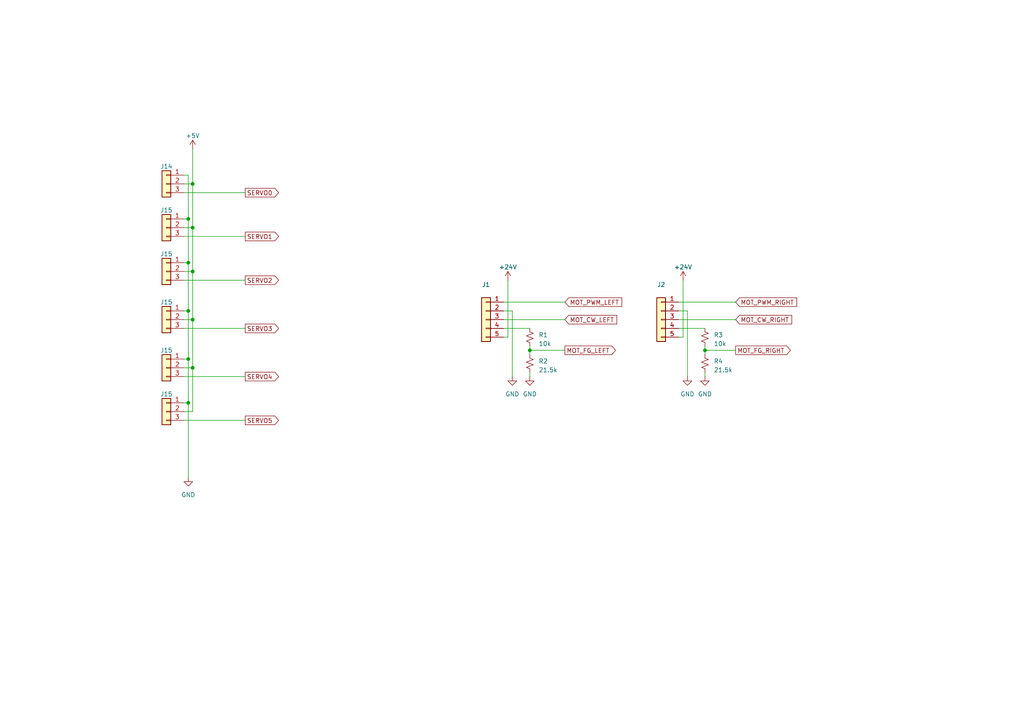
<source format=kicad_sch>
(kicad_sch (version 20230121) (generator eeschema)
  (paper "A4")
  (title_block (title "Motors"))
  (lib_symbols
    (symbol "Connector_Generic:Conn_01x03" (pin_names (offset 1.016) hide)
      (property "Reference" "J" (at 0 5.08 0))
      (property "Value" "Conn_01x03" (at 0 -5.08 0))
      (symbol "Conn_01x03_1_1"
        (rectangle (start -1.27 -2.413) (end 0 -2.667) (stroke (width 0.1524)))
        (rectangle (start -1.27 0.127) (end 0 -0.127) (stroke (width 0.1524)))
        (rectangle (start -1.27 2.667) (end 0 2.413) (stroke (width 0.1524)))
        (rectangle (start -1.27 3.81) (end 1.27 -3.81) (stroke (width 0.254)) (fill (type background)))
        (pin passive line (at -5.08 2.54 0) (length 3.81) (name "Pin_1") (number "1"))
        (pin passive line (at -5.08 0 0) (length 3.81) (name "Pin_2") (number "2"))
        (pin passive line (at -5.08 -2.54 0) (length 3.81) (name "Pin_3") (number "3"))
      )
    )
    (symbol "Connector_Generic:Conn_01x05" (pin_names (offset 1.016) hide)
      (property "Reference" "J" (at 0 7.62 0))
      (property "Value" "Conn_01x05" (at 0 -7.62 0))
      (symbol "Conn_01x05_1_1"
        (rectangle (start -1.27 -4.953) (end 0 -5.207) (stroke (width 0.1524)))
        (rectangle (start -1.27 -2.413) (end 0 -2.667) (stroke (width 0.1524)))
        (rectangle (start -1.27 0.127) (end 0 -0.127) (stroke (width 0.1524)))
        (rectangle (start -1.27 2.667) (end 0 2.413) (stroke (width 0.1524)))
        (rectangle (start -1.27 5.207) (end 0 4.953) (stroke (width 0.1524)))
        (rectangle (start -1.27 6.35) (end 1.27 -6.35) (stroke (width 0.254)) (fill (type background)))
        (pin passive line (at -5.08 5.08 0) (length 3.81) (name "Pin_1") (number "1"))
        (pin passive line (at -5.08 2.54 0) (length 3.81) (name "Pin_2") (number "2"))
        (pin passive line (at -5.08 0 0) (length 3.81) (name "Pin_3") (number "3"))
        (pin passive line (at -5.08 -2.54 0) (length 3.81) (name "Pin_4") (number "4"))
        (pin passive line (at -5.08 -5.08 0) (length 3.81) (name "Pin_5") (number "5"))
      )
    )
    (symbol "Device:R_Small_US" (pin_numbers hide) (pin_names (offset 0.254) hide)
      (property "Reference" "R" (at 0.762 0.508 0))
      (property "Value" "R_Small_US" (at 0.762 -1.016 0))
      (symbol "R_Small_US_1_1"
        (polyline (pts (xy 0 0) (xy 1.016 -0.381) (xy 0 -0.762) (xy -1.016 -1.143) (xy 0 -1.524)))
        (polyline (pts (xy 0 1.524) (xy 1.016 1.143) (xy 0 0.762) (xy -1.016 0.381) (xy 0 0)))
        (pin passive line (at 0 2.54 270) (length 1.016) (name "~") (number "1"))
        (pin passive line (at 0 -2.54 90) (length 1.016) (name "~") (number "2"))
      )
    )
    (symbol "power:+24V" (power) (pin_names (offset 0))
      (property "Value" "+24V" (at 0 3.556 0))
      (symbol "+24V_0_1"
        (polyline (pts (xy -0.762 1.27) (xy 0 2.54)))
        (polyline (pts (xy 0 0) (xy 0 2.54)))
        (polyline (pts (xy 0 2.54) (xy 0.762 1.27)))
      )
      (symbol "+24V_1_1"
        (pin power_in line (at 0 0 90) (length 0) hide (name "+24V") (number "1"))
      )
    )
    (symbol "power:+5V" (power) (pin_names (offset 0))
      (property "Value" "+5V" (at 0 3.556 0))
      (symbol "+5V_0_1"
        (polyline (pts (xy -0.762 1.27) (xy 0 2.54)))
        (polyline (pts (xy 0 0) (xy 0 2.54)))
        (polyline (pts (xy 0 2.54) (xy 0.762 1.27)))
      )
      (symbol "+5V_1_1"
        (pin power_in line (at 0 0 90) (length 0) hide (name "+5V") (number "1"))
      )
    )
    (symbol "power:GND" (power) (pin_names (offset 0))
      (property "Value" "GND" (at 0 -3.81 0))
      (symbol "GND_0_1"
        (polyline (pts (xy 0 0) (xy 0 -1.27) (xy 1.27 -1.27) (xy 0 -2.54) (xy -1.27 -1.27) (xy 0 -1.27)))
      )
      (symbol "GND_1_1"
        (pin power_in line (at 0 0 270) (length 0) hide (name "GND") (number "1"))
      )
    )
  )
  (junction (at 55.88 92.71))
  (junction (at 55.88 106.68))
  (junction (at 55.88 53.34))
  (junction (at 54.61 76.2))
  (junction (at 55.88 78.74))
  (junction (at 54.61 63.5))
  (junction (at 54.61 90.17))
  (junction (at 153.67 101.6))
  (junction (at 54.61 116.84))
  (junction (at 55.88 66.04))
  (junction (at 204.47 101.6))
  (junction (at 54.61 104.14))
  (wire (pts (xy 153.67 100.33) (xy 153.67 101.6)))
  (wire (pts (xy 204.47 107.95) (xy 204.47 109.22)))
  (wire (pts (xy 55.88 66.04) (xy 53.34 66.04)))
  (wire (pts (xy 53.34 95.25) (xy 71.12 95.25)))
  (wire (pts (xy 146.05 90.17) (xy 148.59 90.17)))
  (wire (pts (xy 55.88 53.34) (xy 55.88 66.04)))
  (wire (pts (xy 53.34 50.8) (xy 54.61 50.8)))
  (wire (pts (xy 54.61 76.2) (xy 54.61 90.17)))
  (wire (pts (xy 54.61 104.14) (xy 54.61 116.84)))
  (wire (pts (xy 53.34 76.2) (xy 54.61 76.2)))
  (wire (pts (xy 204.47 100.33) (xy 204.47 101.6)))
  (wire (pts (xy 153.67 101.6) (xy 153.67 102.87)))
  (wire (pts (xy 54.61 50.8) (xy 54.61 63.5)))
  (wire (pts (xy 55.88 92.71) (xy 53.34 92.71)))
  (wire (pts (xy 55.88 78.74) (xy 53.34 78.74)))
  (wire (pts (xy 146.05 95.25) (xy 153.67 95.25)))
  (wire (pts (xy 198.12 81.28) (xy 198.12 97.79)))
  (wire (pts (xy 196.85 92.71) (xy 213.36 92.71)))
  (wire (pts (xy 54.61 63.5) (xy 54.61 76.2)))
  (wire (pts (xy 148.59 90.17) (xy 148.59 109.22)))
  (wire (pts (xy 196.85 97.79) (xy 198.12 97.79)))
  (wire (pts (xy 55.88 78.74) (xy 55.88 92.71)))
  (wire (pts (xy 196.85 87.63) (xy 213.36 87.63)))
  (wire (pts (xy 53.34 90.17) (xy 54.61 90.17)))
  (wire (pts (xy 53.34 53.34) (xy 55.88 53.34)))
  (wire (pts (xy 146.05 87.63) (xy 163.83 87.63)))
  (wire (pts (xy 199.39 90.17) (xy 199.39 109.22)))
  (wire (pts (xy 196.85 90.17) (xy 199.39 90.17)))
  (wire (pts (xy 53.34 121.92) (xy 71.12 121.92)))
  (wire (pts (xy 55.88 66.04) (xy 55.88 78.74)))
  (wire (pts (xy 55.88 106.68) (xy 53.34 106.68)))
  (wire (pts (xy 54.61 90.17) (xy 54.61 104.14)))
  (wire (pts (xy 53.34 81.28) (xy 71.12 81.28)))
  (wire (pts (xy 55.88 119.38) (xy 53.34 119.38)))
  (wire (pts (xy 54.61 116.84) (xy 54.61 138.43)))
  (wire (pts (xy 55.88 92.71) (xy 55.88 106.68)))
  (wire (pts (xy 55.88 43.18) (xy 55.88 53.34)))
  (wire (pts (xy 53.34 104.14) (xy 54.61 104.14)))
  (wire (pts (xy 146.05 97.79) (xy 147.32 97.79)))
  (wire (pts (xy 53.34 55.88) (xy 71.12 55.88)))
  (wire (pts (xy 53.34 109.22) (xy 71.12 109.22)))
  (wire (pts (xy 147.32 81.28) (xy 147.32 97.79)))
  (wire (pts (xy 53.34 116.84) (xy 54.61 116.84)))
  (wire (pts (xy 153.67 101.6) (xy 163.83 101.6)))
  (wire (pts (xy 146.05 92.71) (xy 163.83 92.71)))
  (wire (pts (xy 204.47 101.6) (xy 204.47 102.87)))
  (wire (pts (xy 53.34 63.5) (xy 54.61 63.5)))
  (wire (pts (xy 153.67 107.95) (xy 153.67 109.22)))
  (wire (pts (xy 196.85 95.25) (xy 204.47 95.25)))
  (wire (pts (xy 204.47 101.6) (xy 213.36 101.6)))
  (wire (pts (xy 53.34 68.58) (xy 71.12 68.58)))
  (wire (pts (xy 55.88 106.68) (xy 55.88 119.38)))
  (global_label "SERVO4" (shape output) (at 71.12 109.22 0) (property "Intersheetrefs" "${INTERSHEET_REFS}" (effects hide)))
  (global_label "MOT_CW_LEFT" (shape input) (at 163.83 92.71 0) (property "Intersheetrefs" "${INTERSHEET_REFS}" (effects hide)))
  (global_label "MOT_FG_LEFT" (shape output) (at 163.83 101.6 0) (property "Intersheetrefs" "${INTERSHEET_REFS}" (effects hide)))
  (global_label "MOT_PWM_LEFT" (shape input) (at 163.83 87.63 0) (property "Intersheetrefs" "${INTERSHEET_REFS}" (effects hide)))
  (global_label "SERVO3" (shape output) (at 71.12 95.25 0) (property "Intersheetrefs" "${INTERSHEET_REFS}" (effects hide)))
  (global_label "SERVO2" (shape output) (at 71.12 81.28 0) (property "Intersheetrefs" "${INTERSHEET_REFS}" (effects hide)))
  (global_label "SERVO0" (shape output) (at 71.12 55.88 0) (property "Intersheetrefs" "${INTERSHEET_REFS}" (effects hide)))
  (global_label "MOT_CW_RIGHT" (shape input) (at 213.36 92.71 0) (property "Intersheetrefs" "${INTERSHEET_REFS}" (effects hide)))
  (global_label "MOT_PWM_RIGHT" (shape input) (at 213.36 87.63 0) (property "Intersheetrefs" "${INTERSHEET_REFS}" (effects hide)))
  (global_label "MOT_FG_RIGHT" (shape output) (at 213.36 101.6 0) (property "Intersheetrefs" "${INTERSHEET_REFS}" (effects hide)))
  (global_label "SERVO1" (shape output) (at 71.12 68.58 0) (property "Intersheetrefs" "${INTERSHEET_REFS}" (effects hide)))
  (global_label "SERVO5" (shape output) (at 71.12 121.92 0) (property "Intersheetrefs" "${INTERSHEET_REFS}" (effects hide)))
  (symbol (lib_id "power:GND") (at 148.59 109.22 0) (unit 1)
    (property "Reference" "#PWR06" (effects hide))
    (property "Value" "GND" (at 148.59 114.3 0))
    (instances (project "Kaia_v2" (path "" (reference "#PWR06") (unit 1)) (path "" (reference "#PWR07") (unit 1))))
  )
  (symbol (lib_id "power:+24V") (at 147.32 81.28 0) (unit 1)
    (property "Reference" "#PWR08" (effects hide))
    (property "Value" "+24V" (at 147.32 77.47 0))
    (instances (project "Kaia_v2" (path "" (reference "#PWR08") (unit 1)) (path "" (reference "#PWR06") (unit 1))))
  )
  (symbol (lib_id "Connector_Generic:Conn_01x03") (at 48.26 92.71 0) (mirror y) (unit 1)
    (property "Reference" "J15" (at 48.26 87.63 0))
    (property "Value" "Conn_01x03" (effects hide))
    (instances (project "Kaia_v2" (path "" (reference "J15") (unit 1)) (path "" (reference "J15") (unit 1)) (path "" (reference "J23") (unit 1))))
  )
  (symbol (lib_id "power:GND") (at 204.47 109.22 0) (unit 1)
    (property "Reference" "#PWR011" (effects hide))
    (property "Value" "GND" (at 204.47 114.3 0))
  )
  (symbol (lib_id "power:+5V") (at 55.88 43.18 0) (unit 1)
    (property "Reference" "#PWR021" (effects hide))
    (property "Value" "+5V" (at 55.88 39.37 0))
    (instances (project "Kaia_v2" (path "" (reference "#PWR021") (unit 1)) (path "" (reference "#PWR021") (unit 1)) (path "" (reference "#PWR041") (unit 1))))
  )
  (symbol (lib_id "Device:R_Small_US") (at 153.67 105.41 180) (unit 1)
    (property "Reference" "R2" (at 156.21 104.775 0) (effects (justify right)))
    (property "Value" "21.5k" (at 156.21 107.315 0) (effects (justify right)))
  )
  (symbol (lib_id "power:GND") (at 153.67 109.22 0) (unit 1)
    (property "Reference" "#PWR010" (effects hide))
    (property "Value" "GND" (at 153.67 114.3 0))
    (instances (project "Kaia_v2" (path "" (reference "#PWR010") (unit 1)) (path "" (reference "#PWR08") (unit 1))))
  )
  (symbol (lib_id "power:+24V") (at 198.12 81.28 0) (unit 1)
    (property "Reference" "#PWR09" (effects hide))
    (property "Value" "+24V" (at 198.12 77.47 0))
  )
  (symbol (lib_id "Connector_Generic:Conn_01x03") (at 48.26 66.04 0) (mirror y) (unit 1)
    (property "Reference" "J15" (at 48.26 60.96 0))
    (property "Value" "Conn_01x03" (effects hide))
    (instances (project "Kaia_v2" (path "" (reference "J15") (unit 1)) (path "" (reference "J15") (unit 1)) (path "" (reference "J21") (unit 1))))
  )
  (symbol (lib_id "power:GND") (at 54.61 138.43 0) (unit 1)
    (property "Reference" "#PWR024" (effects hide))
    (property "Value" "GND" (at 54.61 143.51 0))
    (instances (project "Kaia_v2" (path "" (reference "#PWR024") (unit 1)) (path "" (reference "#PWR024") (unit 1)) (path "" (reference "#PWR040") (unit 1))))
  )
  (symbol (lib_id "Connector_Generic:Conn_01x03") (at 48.26 78.74 0) (mirror y) (unit 1)
    (property "Reference" "J15" (at 48.26 73.66 0))
    (property "Value" "Conn_01x03" (effects hide))
    (instances (project "Kaia_v2" (path "" (reference "J15") (unit 1)) (path "" (reference "J15") (unit 1)) (path "" (reference "J22") (unit 1))))
  )
  (symbol (lib_id "Connector_Generic:Conn_01x05") (at 191.77 92.71 0) (mirror y) (unit 1)
    (property "Reference" "J2" (at 191.77 82.55 0))
    (property "Value" "Conn_01x05" (effects hide))
  )
  (symbol (lib_id "Device:R_Small_US") (at 204.47 97.79 180) (unit 1)
    (property "Reference" "R3" (at 207.01 97.155 0) (effects (justify right)))
    (property "Value" "10k" (at 207.01 99.695 0) (effects (justify right)))
  )
  (symbol (lib_id "Connector_Generic:Conn_01x03") (at 48.26 106.68 0) (mirror y) (unit 1)
    (property "Reference" "J15" (at 48.26 101.6 0))
    (property "Value" "Conn_01x03" (effects hide))
    (instances (project "Kaia_v2" (path "" (reference "J15") (unit 1)) (path "" (reference "J15") (unit 1)) (path "" (reference "J24") (unit 1))))
  )
  (symbol (lib_id "power:GND") (at 199.39 109.22 0) (unit 1)
    (property "Reference" "#PWR07" (effects hide))
    (property "Value" "GND" (at 199.39 114.3 0))
    (instances (project "Kaia_v2" (path "" (reference "#PWR07") (unit 1)) (path "" (reference "#PWR010") (unit 1))))
  )
  (symbol (lib_id "Device:R_Small_US") (at 153.67 97.79 180) (unit 1)
    (property "Reference" "R1" (at 156.21 97.155 0) (effects (justify right)))
    (property "Value" "10k" (at 156.21 99.695 0) (effects (justify right)))
  )
  (symbol (lib_id "Connector_Generic:Conn_01x05") (at 140.97 92.71 0) (mirror y) (unit 1)
    (property "Reference" "J1" (at 140.97 82.55 0))
    (property "Value" "Conn_01x05" (effects hide))
  )
  (symbol (lib_id "Connector_Generic:Conn_01x03") (at 48.26 119.38 0) (mirror y) (unit 1)
    (property "Reference" "J15" (at 48.26 114.3 0))
    (property "Value" "Conn_01x03" (effects hide))
    (instances (project "Kaia_v2" (path "" (reference "J15") (unit 1)) (path "" (reference "J15") (unit 1)) (path "" (reference "J25") (unit 1))))
  )
  (symbol (lib_id "Device:R_Small_US") (at 204.47 105.41 180) (unit 1)
    (property "Reference" "R4" (at 207.01 104.775 0) (effects (justify right)))
    (property "Value" "21.5k" (at 207.01 107.315 0) (effects (justify right)))
  )
  (symbol (lib_id "Connector_Generic:Conn_01x03") (at 48.26 53.34 0) (mirror y) (unit 1)
    (property "Reference" "J14" (at 48.26 48.26 0))
    (property "Value" "Conn_01x03" (effects hide))
    (instances (project "Kaia_v2" (path "" (reference "J14") (unit 1)) (path "" (reference "J14") (unit 1)) (path "" (reference "J20") (unit 1))))
  )
)
</source>
